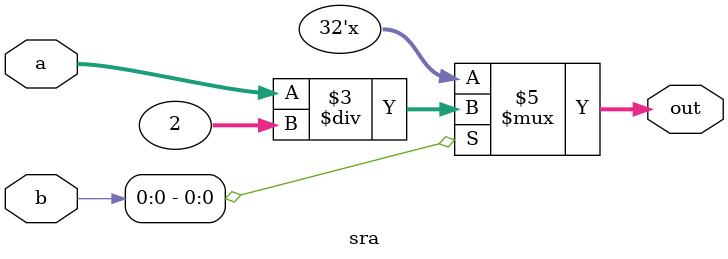
<source format=v>
module sra(
    input [31:0] a,
    input [31:0] b ,
    output [31:0] out
    );

    reg [31:0] out;

    //This is the behavioural version.
    always @(a or b)
    begin
    if (b[0] == 1)
      out = a/2;
    end

endmodule

</source>
